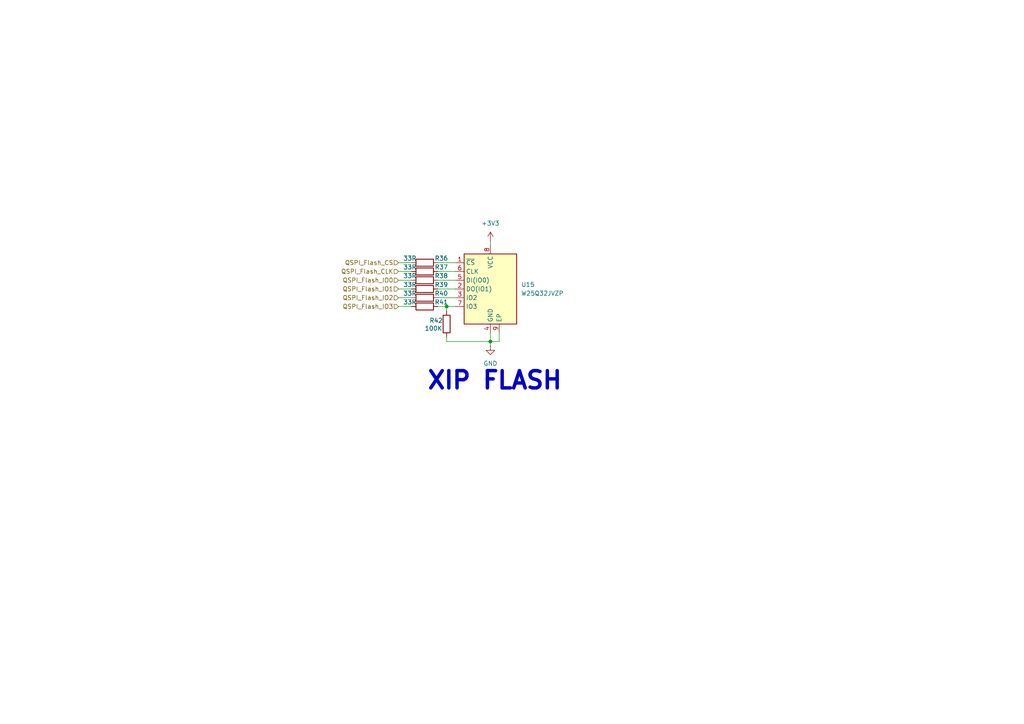
<source format=kicad_sch>
(kicad_sch (version 20231120) (generator "eeschema") (generator_version "8.0")
  (paper "A4")
  (lib_symbols
    (symbol "Device:R" (pin_numbers hide) (pin_names (offset 0))
      (property "Reference" "R" (at 2.032 0 90))
      (property "Value" "R" (at 0 0 90))
      (symbol "R_0_1"
        (rectangle (start -1.016 -2.54) (end 1.016 2.54) (stroke (width 0.254)))
      )
      (symbol "R_1_1"
        (pin passive line (at 0 3.81 270) (length 1.27) (name "~") (number "1"))
        (pin passive line (at 0 -3.81 90) (length 1.27) (name "~") (number "2"))
      )
    )
    (symbol "Memory_Flash:W25Q32JVZP"
      (property "Reference" "U" (at -6.35 11.43 0))
      (property "Value" "W25Q32JVZP" (at 7.62 11.43 0))
      (symbol "W25Q32JVZP_0_1"
        (rectangle (start -7.62 10.16) (end 7.62 -10.16) (stroke (width 0.254)) (fill (type background)))
      )
      (symbol "W25Q32JVZP_1_1"
        (pin input line (at -10.16 7.62 0) (length 2.54) (name "~{CS}") (number "1"))
        (pin bidirectional line (at -10.16 0 0) (length 2.54) (name "DO(IO1)") (number "2"))
        (pin bidirectional line (at -10.16 -2.54 0) (length 2.54) (name "IO2") (number "3"))
        (pin power_in line (at 0 -12.7 90) (length 2.54) (name "GND") (number "4"))
        (pin bidirectional line (at -10.16 2.54 0) (length 2.54) (name "DI(IO0)") (number "5"))
        (pin input line (at -10.16 5.08 0) (length 2.54) (name "CLK") (number "6"))
        (pin bidirectional line (at -10.16 -5.08 0) (length 2.54) (name "IO3") (number "7"))
        (pin power_in line (at 0 12.7 270) (length 2.54) (name "VCC") (number "8"))
        (pin passive line (at 2.54 -12.7 90) (length 2.54) (name "EP") (number "9"))
      )
    )
    (symbol "power:+3V3" (power) (pin_numbers hide) (pin_names (offset 0) hide)
      (property "Value" "+3V3" (at 0 3.556 0))
      (symbol "+3V3_0_1"
        (polyline (pts (xy -0.762 1.27) (xy 0 2.54)))
        (polyline (pts (xy 0 0) (xy 0 2.54)))
        (polyline (pts (xy 0 2.54) (xy 0.762 1.27)))
      )
      (symbol "+3V3_1_1"
        (pin power_in line (at 0 0 90) (length 0) (name "~") (number "1"))
      )
    )
    (symbol "power:GND" (power) (pin_numbers hide) (pin_names (offset 0) hide)
      (property "Value" "GND" (at 0 -3.81 0))
      (symbol "GND_0_1"
        (polyline (pts (xy 0 0) (xy 0 -1.27) (xy 1.27 -1.27) (xy 0 -2.54) (xy -1.27 -1.27) (xy 0 -1.27)))
      )
      (symbol "GND_1_1"
        (pin power_in line (at 0 0 270) (length 0) (name "~") (number "1"))
      )
    )
  )
  (junction (at 142.24 99.06))
  (junction (at 129.54 88.9))
  (wire (pts (xy 115.57 81.28) (xy 119.38 81.28)))
  (wire (pts (xy 127 86.36) (xy 132.08 86.36)))
  (wire (pts (xy 129.54 88.9) (xy 132.08 88.9)))
  (wire (pts (xy 115.57 83.82) (xy 119.38 83.82)))
  (wire (pts (xy 127 76.2) (xy 132.08 76.2)))
  (wire (pts (xy 144.78 99.06) (xy 142.24 99.06)))
  (wire (pts (xy 115.57 78.74) (xy 119.38 78.74)))
  (wire (pts (xy 129.54 99.06) (xy 142.24 99.06)))
  (wire (pts (xy 129.54 88.9) (xy 129.54 90.17)))
  (wire (pts (xy 142.24 100.33) (xy 142.24 99.06)))
  (wire (pts (xy 129.54 97.79) (xy 129.54 99.06)))
  (wire (pts (xy 115.57 88.9) (xy 119.38 88.9)))
  (wire (pts (xy 127 81.28) (xy 132.08 81.28)))
  (wire (pts (xy 144.78 96.52) (xy 144.78 99.06)))
  (wire (pts (xy 142.24 96.52) (xy 142.24 99.06)))
  (wire (pts (xy 142.24 69.85) (xy 142.24 71.12)))
  (wire (pts (xy 127 78.74) (xy 132.08 78.74)))
  (wire (pts (xy 127 88.9) (xy 129.54 88.9)))
  (wire (pts (xy 115.57 76.2) (xy 119.38 76.2)))
  (wire (pts (xy 127 83.82) (xy 132.08 83.82)))
  (wire (pts (xy 115.57 86.36) (xy 119.38 86.36)))
  (text "XIP FLASH" (at 143.51 110.49 0) (effects (font (size 5 5) (thickness 1) (bold yes))))
  (hierarchical_label "QSPI_Flash_CLK" (shape input) (at 115.57 78.74 180))
  (hierarchical_label "QSPI_Flash_IO0" (shape input) (at 115.57 81.28 180))
  (hierarchical_label "QSPI_Flash_IO1" (shape input) (at 115.57 83.82 180))
  (hierarchical_label "QSPI_Flash_IO3" (shape input) (at 115.57 88.9 180))
  (hierarchical_label "QSPI_Flash_IO2" (shape input) (at 115.57 86.36 180))
  (hierarchical_label "QSPI_Flash_CS" (shape input) (at 115.57 76.2 180))
  (symbol (lib_id "Device:R") (at 129.54 93.98 180) (unit 1)
    (property "Reference" "R42" (at 126.492 92.964 0))
    (property "Value" "100K" (at 125.73 95.25 0))
    (property "Description" "Resistor" (effects (hide yes)))
  )
  (symbol (lib_id "Device:R") (at 123.19 83.82 90) (unit 1)
    (property "Reference" "R39" (at 128.016 82.55 90))
    (property "Value" "33R" (at 118.872 82.55 90))
    (property "Description" "Resistor" (effects (hide yes)))
  )
  (symbol (lib_id "Device:R") (at 123.19 78.74 90) (unit 1)
    (property "Reference" "R37" (at 128.016 77.47 90))
    (property "Value" "33R" (at 118.872 77.47 90))
    (property "Description" "Resistor" (effects (hide yes)))
  )
  (symbol (lib_id "Memory_Flash:W25Q32JVZP") (at 142.24 83.82 0) (unit 1)
    (property "Reference" "U15" (at 151.13 82.5499 0) (effects (justify left)))
    (property "Value" "W25Q32JVZP" (at 151.13 85.0899 0) (effects (justify left)))
    (property "Footprint" "Package_SON:WSON-8-1EP_6x5mm_P1.27mm_EP3.4x4.3mm" (effects (hide yes)))
    (property "Datasheet" "http://www.winbond.com/resource-files/w25q32jv%20revg%2003272018%20plus.pdf" (effects (hide yes)))
    (property "Description" "32Mb Serial Flash Memory, Standard/Dual/Quad SPI, DFN-8" (effects (hide yes)))
  )
  (symbol (lib_id "power:GND") (at 142.24 100.33 0) (unit 1)
    (property "Reference" "#PWR0127" (effects (hide yes)))
    (property "Value" "GND" (at 142.24 105.41 0))
    (property "Description" "Power symbol creates a global label with name \"GND\" , ground" (effects (hide yes)))
  )
  (symbol (lib_id "Device:R") (at 123.19 86.36 90) (unit 1)
    (property "Reference" "R40" (at 128.016 85.09 90))
    (property "Value" "33R" (at 118.872 85.09 90))
    (property "Description" "Resistor" (effects (hide yes)))
  )
  (symbol (lib_id "Device:R") (at 123.19 76.2 90) (unit 1)
    (property "Reference" "R36" (at 128.016 74.93 90))
    (property "Value" "33R" (at 118.872 74.93 90))
    (property "Description" "Resistor" (effects (hide yes)))
  )
  (symbol (lib_id "Device:R") (at 123.19 81.28 90) (unit 1)
    (property "Reference" "R38" (at 128.016 80.01 90))
    (property "Value" "33R" (at 118.872 80.01 90))
    (property "Description" "Resistor" (effects (hide yes)))
  )
  (symbol (lib_id "power:+3V3") (at 142.24 69.85 0) (unit 1)
    (property "Reference" "#PWR0126" (effects (hide yes)))
    (property "Value" "+3V3" (at 142.24 64.77 0))
    (property "Description" "Power symbol creates a global label with name \"+3V3\"" (effects (hide yes)))
  )
  (symbol (lib_id "Device:R") (at 123.19 88.9 90) (unit 1)
    (property "Reference" "R41" (at 128.016 87.63 90))
    (property "Value" "33R" (at 118.872 87.63 90))
    (property "Description" "Resistor" (effects (hide yes)))
  )
)
</source>
